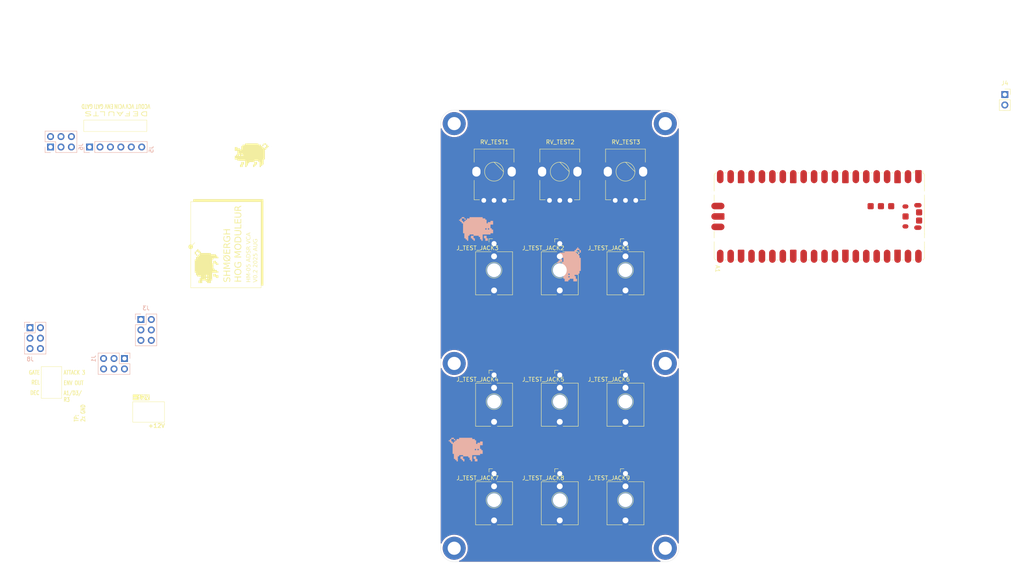
<source format=kicad_pcb>
(kicad_pcb (version 20241229) (generator "pcbnew") (generator_version "9.0")
  (layers (0 "F.Cu" signal) (2 "B.Cu" signal) (13 "F.Paste" user) (15 "B.Paste" user) (5 "F.SilkS" user "F.Silkscreen") (7 "B.SilkS" user "B.Silkscreen") (1 "F.Mask" user) (3 "B.Mask" user) (25 "Edge.Cuts" user))
  (net 0 "")
  (net 1 "LED_A")
  (net 2 "+12V")
  (net 3 "GND")
  (net 4 "-12V")
  (net 5 "LED_K")
  (net 6 "VCA_OUT")
  (net 9 "VCA_CV")
  (net 10 "VCA_IN")
  (net 12 "VCA_CV_DEFAULT")
  (net 13 "VCA_IN_DEFAULT")
  (net 14 "GATE_DEFAULT")
  (net 15 "ENV_OUT_DEFAULT")
  (net 16 "VCA_OUT_DEFAULT")
  (net 18 "SUSTAIN_3")
  (net 19 "SUSTAIN_1")
  (net 20 "SUSTAIN_2")
  (net 21 "GATE")
  (net 22 "ATTACK_3")
  (net 23 "ENV_OUT")
  (net 24 "A1_D3_R3")
  (net 25 "DECAY_1")
  (net 26 "RELEASE_1")
  (net 33 "Net-(A1-GND-Pad13)")
  (footprint "MountingHole:MountingHole_3.2mm_M3_DIN965_Pad" (layer "F.Cu") (at 178.7 105.7)
    (property "Reference" "H6")
    (property "Value" "MountingHole")
    (pad "1" thru_hole circle (at 0 0) (size 5.6 5.6) (drill 3.2) (layers "*.Cu" "*.Mask"))
  )
  (footprint "Shmoergh_Logo:Gyeszno" (layer "F.Cu") (at 78 55)
    (property "Reference" "G***" (hide yes))
    (property "Value" "LOGO" (hide yes))
  )
  (footprint "Shmoergh_Custom_Footprints:Jack_3.5mm_QingPu_WQP-PJ398SM_Vertical_CircularHoles" (layer "F.Cu") (at 137 83)
    (property "Reference" "J_TEST_JACK3" (at -4.03 -5.4 180) (layer "F.SilkS"))
    (property "Value" "PJ398SM")
    (pad "" np_thru_hole circle (at 0 0) (size 3.4 3.4) (drill 3.4) (layers "*.Cu" "*.Mask"))
    (pad "S" thru_hole rect (at 0 -6.48 180) (size 1.93 1.83) (drill 1.22) (layers "*.Cu" "*.Mask") (net 3 "GND"))
    (pad "T" thru_hole circle (at 0 4.92 180) (size 2.13 2.13) (drill 1.43) (layers "*.Cu" "*.Mask"))
    (pad "TN" thru_hole circle (at 0 -3.38 180) (size 2.13 2.13) (drill 1.42) (layers "*.Cu" "*.Mask"))
    (zone (net 0) (net_name "") (layer "F.Cu") (connect_pads (clearance 0)) (min_thickness 0.254)
      (keepout (tracks not_allowed) (vias not_allowed) (pads allowed) (copperpour not_allowed) (footprints not_allowed))
      (fill (thermal_gap 0.508) (thermal_bridge_width 0.508))
      (polygon (pts (xy 138.505141 83) (xy 138.48493 82.754171) (xy 138.424841 82.514945) (xy 138.326486 82.288744) (xy 138.192508 82.081645) (xy 138.026504 81.89921) (xy 137.832932 81.746336) (xy 137.616992 81.627131) (xy 137.384482 81.544794) (xy 137.141646 81.501539) (xy 136.895007 81.498525) (xy 136.651187 81.535835) (xy 136.416734 81.612466) (xy 136.197946 81.72636) (xy 136.000697 81.874458) (xy 135.830286 82.052784) (xy 135.691288 82.256548) (xy 135.587436 82.480278) (xy 135.521519 82.717965) (xy 135.495308 82.963226) (xy 135.509507 83.209475) (xy 135.563734 83.450099) (xy 135.656532 83.678634) (xy 135.785411 83.888945) (xy 135.946908 84.075382) (xy 136.136687 84.232939) (xy 136.34965 84.357385) (xy 136.580079 84.445377) (xy 136.821785 84.494553) (xy 137.068278 84.503592) (xy 137.312936 84.47225) (xy 137.549191 84.40137) (xy 137.770697 84.292856) (xy 137.971505 84.149621) (xy 138.146223 83.975512) (xy 138.290158 83.775205) (xy 138.399445 83.554079) (xy 138.471149 83.318074) (xy 138.503344 83.073526)))
    )
  )
  (footprint "Shmoergh_Custom_Footprints:Potentiometer_Bourns_Single-PTV09A" (layer "F.Cu") (at 153 59)
    (property "Reference" "RV_TEST2" (at 0.1 -7.2 180) (layer "F.SilkS"))
    (property "Value" "100k")
    (pad "" thru_hole oval (at -4.3 0 180) (size 3 4) (drill oval 2 2.4) (layers "*.Cu" "*.Mask"))
    (pad "" thru_hole oval (at 4.3 0 180) (size 3 4) (drill oval 2 2.4) (layers "*.Cu" "*.Mask"))
    (pad "1" thru_hole oval (at -2.5 7 180) (size 1.7 2.4) (drill 1.15) (layers "*.Cu" "*.Mask"))
    (pad "2" thru_hole oval (at 0 7 180) (size 1.7 2.4) (drill 1.15) (layers "*.Cu" "*.Mask"))
    (pad "3" thru_hole oval (at 2.5 7 180) (size 1.7 2.4) (drill 1.15) (layers "*.Cu" "*.Mask"))
  )
  (footprint "Shmoergh_Logo:Gyeszno" (layer "F.Cu") (at 67 82 90)
    (property "Reference" "G***" (hide yes))
    (property "Value" "LOGO" (hide yes))
  )
  (footprint "MountingHole:MountingHole_3.2mm_M3_DIN965_Pad" (layer "F.Cu") (at 178.7 47.3)
    (property "Reference" "H2")
    (property "Value" "MountingHole")
    (pad "1" thru_hole circle (at 0 0) (size 5.6 5.6) (drill 3.2) (layers "*.Cu" "*.Mask"))
  )
  (footprint "MountingHole:MountingHole_3.2mm_M3_DIN965_Pad" (layer "F.Cu") (at 178.7 150.7)
    (property "Reference" "H3")
    (property "Value" "MountingHole")
    (pad "1" thru_hole circle (at 0 0) (size 5.6 5.6) (drill 3.2) (layers "*.Cu" "*.Mask"))
  )
  (footprint "Shmoergh_Custom_Footprints:Jack_3.5mm_QingPu_WQP-PJ398SM_Vertical_CircularHoles" (layer "F.Cu") (at 169 139)
    (property "Reference" "J_TEST_JACK9" (at -4.03 -5.4 180) (layer "F.SilkS"))
    (property "Value" "PJ398SM")
    (pad "" np_thru_hole circle (at 0 0) (size 3.4 3.4) (drill 3.4) (layers "*.Cu" "*.Mask"))
    (pad "S" thru_hole rect (at 0 -6.48 180) (size 1.93 1.83) (drill 1.22) (layers "*.Cu" "*.Mask") (net 3 "GND"))
    (pad "T" thru_hole circle (at 0 4.92 180) (size 2.13 2.13) (drill 1.43) (layers "*.Cu" "*.Mask"))
    (pad "TN" thru_hole circle (at 0 -3.38 180) (size 2.13 2.13) (drill 1.42) (layers "*.Cu" "*.Mask"))
    (zone (net 0) (net_name "") (layer "F.Cu") (connect_pads (clearance 0)) (min_thickness 0.254)
      (keepout (tracks not_allowed) (vias not_allowed) (pads allowed) (copperpour not_allowed) (footprints not_allowed))
      (fill (thermal_gap 0.508) (thermal_bridge_width 0.508))
      (polygon (pts (xy 170.505141 139) (xy 170.48493 138.754171) (xy 170.424841 138.514945) (xy 170.326486 138.288744) (xy 170.192508 138.081645) (xy 170.026504 137.89921) (xy 169.832932 137.746336) (xy 169.616992 137.627131) (xy 169.384482 137.544794) (xy 169.141646 137.501539) (xy 168.895007 137.498525) (xy 168.651187 137.535835) (xy 168.416734 137.612466) (xy 168.197946 137.72636) (xy 168.000697 137.874458) (xy 167.830286 138.052784) (xy 167.691288 138.256548) (xy 167.587436 138.480278) (xy 167.521519 138.717965) (xy 167.495308 138.963226) (xy 167.509507 139.209475) (xy 167.563734 139.450099) (xy 167.656532 139.678634) (xy 167.785411 139.888945) (xy 167.946908 140.075382) (xy 168.136687 140.232939) (xy 168.34965 140.357385) (xy 168.580079 140.445377) (xy 168.821785 140.494553) (xy 169.068278 140.503592) (xy 169.312936 140.47225) (xy 169.549191 140.40137) (xy 169.770697 140.292856) (xy 169.971505 140.149621) (xy 170.146223 139.975512) (xy 170.290158 139.775205) (xy 170.399445 139.554079) (xy 170.471149 139.318074) (xy 170.503344 139.073526)))
    )
  )
  (footprint "Connector_PinSocket_2.54mm:PinSocket_1x02_P2.54mm_Vertical" (layer "F.Cu") (at 261.375 40.225)
    (property "Reference" "J4" (at 0 -2.77 0) (layer "F.SilkS"))
    (property "Value" "Conn_01x02")
    (pad "1" thru_hole rect (at 0 0) (size 1.7 1.7) (drill 1) (layers "*.Cu" "*.Mask") (net 3 "GND"))
    (pad "2" thru_hole circle (at 0 2.54) (size 1.7 1.7) (drill 1) (layers "*.Cu" "*.Mask") (net 3 "GND"))
  )
  (footprint "Shmoergh_Custom_Footprints:Jack_3.5mm_QingPu_WQP-PJ398SM_Vertical_CircularHoles" (layer "F.Cu") (at 169 83)
    (property "Reference" "J_TEST_JACK1" (at -4.03 -5.4 180) (layer "F.SilkS"))
    (property "Value" "PJ398SM")
    (pad "" np_thru_hole circle (at 0 0) (size 3.4 3.4) (drill 3.4) (layers "*.Cu" "*.Mask"))
    (pad "S" thru_hole rect (at 0 -6.48 180) (size 1.93 1.83) (drill 1.22) (layers "*.Cu" "*.Mask") (net 3 "GND"))
    (pad "T" thru_hole circle (at 0 4.92 180) (size 2.13 2.13) (drill 1.43) (layers "*.Cu" "*.Mask"))
    (pad "TN" thru_hole circle (at 0 -3.38 180) (size 2.13 2.13) (drill 1.42) (layers "*.Cu" "*.Mask"))
    (zone (net 0) (net_name "") (layer "F.Cu") (connect_pads (clearance 0)) (min_thickness 0.254)
      (keepout (tracks not_allowed) (vias not_allowed) (pads allowed) (copperpour not_allowed) (footprints not_allowed))
      (fill (thermal_gap 0.508) (thermal_bridge_width 0.508))
      (polygon (pts (xy 170.505141 83) (xy 170.48493 82.754171) (xy 170.424841 82.514945) (xy 170.326486 82.288744) (xy 170.192508 82.081645) (xy 170.026504 81.89921) (xy 169.832932 81.746336) (xy 169.616992 81.627131) (xy 169.384482 81.544794) (xy 169.141646 81.501539) (xy 168.895007 81.498525) (xy 168.651187 81.535835) (xy 168.416734 81.612466) (xy 168.197946 81.72636) (xy 168.000697 81.874458) (xy 167.830286 82.052784) (xy 167.691288 82.256548) (xy 167.587436 82.480278) (xy 167.521519 82.717965) (xy 167.495308 82.963226) (xy 167.509507 83.209475) (xy 167.563734 83.450099) (xy 167.656532 83.678634) (xy 167.785411 83.888945) (xy 167.946908 84.075382) (xy 168.136687 84.232939) (xy 168.34965 84.357385) (xy 168.580079 84.445377) (xy 168.821785 84.494553) (xy 169.068278 84.503592) (xy 169.312936 84.47225) (xy 169.549191 84.40137) (xy 169.770697 84.292856) (xy 169.971505 84.149621) (xy 170.146223 83.975512) (xy 170.290158 83.775205) (xy 170.399445 83.554079) (xy 170.471149 83.318074) (xy 170.503344 83.073526)))
    )
  )
  (footprint "MountingHole:MountingHole_3.2mm_M3_DIN965_Pad" (layer "F.Cu") (at 127.3 47.3)
    (property "Reference" "H1")
    (property "Value" "MountingHole")
    (pad "1" thru_hole circle (at 0 0) (size 5.6 5.6) (drill 3.2) (layers "*.Cu" "*.Mask"))
  )
  (footprint "MountingHole:MountingHole_3.2mm_M3_DIN965_Pad" (layer "F.Cu") (at 127.3 150.7)
    (property "Reference" "H4")
    (property "Value" "MountingHole")
    (pad "1" thru_hole circle (at 0 0) (size 5.6 5.6) (drill 3.2) (layers "*.Cu" "*.Mask"))
  )
  (footprint "Shmoergh_Custom_Footprints:Jack_3.5mm_QingPu_WQP-PJ398SM_Vertical_CircularHoles" (layer "F.Cu") (at 153 83)
    (property "Reference" "J_TEST_JACK2" (at -4.03 -5.4 180) (layer "F.SilkS"))
    (property "Value" "PJ398SM")
    (pad "" np_thru_hole circle (at 0 0) (size 3.4 3.4) (drill 3.4) (layers "*.Cu" "*.Mask"))
    (pad "S" thru_hole rect (at 0 -6.48 180) (size 1.93 1.83) (drill 1.22) (layers "*.Cu" "*.Mask") (net 3 "GND"))
    (pad "T" thru_hole circle (at 0 4.92 180) (size 2.13 2.13) (drill 1.43) (layers "*.Cu" "*.Mask"))
    (pad "TN" thru_hole circle (at 0 -3.38 180) (size 2.13 2.13) (drill 1.42) (layers "*.Cu" "*.Mask"))
    (zone (net 0) (net_name "") (layer "F.Cu") (connect_pads (clearance 0)) (min_thickness 0.254)
      (keepout (tracks not_allowed) (vias not_allowed) (pads allowed) (copperpour not_allowed) (footprints not_allowed))
      (fill (thermal_gap 0.508) (thermal_bridge_width 0.508))
      (polygon (pts (xy 154.505141 83) (xy 154.48493 82.754171) (xy 154.424841 82.514945) (xy 154.326486 82.288744) (xy 154.192508 82.081645) (xy 154.026504 81.89921) (xy 153.832932 81.746336) (xy 153.616992 81.627131) (xy 153.384482 81.544794) (xy 153.141646 81.501539) (xy 152.895007 81.498525) (xy 152.651187 81.535835) (xy 152.416734 81.612466) (xy 152.197946 81.72636) (xy 152.000697 81.874458) (xy 151.830286 82.052784) (xy 151.691288 82.256548) (xy 151.587436 82.480278) (xy 151.521519 82.717965) (xy 151.495308 82.963226) (xy 151.509507 83.209475) (xy 151.563734 83.450099) (xy 151.656532 83.678634) (xy 151.785411 83.888945) (xy 151.946908 84.075382) (xy 152.136687 84.232939) (xy 152.34965 84.357385) (xy 152.580079 84.445377) (xy 152.821785 84.494553) (xy 153.068278 84.503592) (xy 153.312936 84.47225) (xy 153.549191 84.40137) (xy 153.770697 84.292856) (xy 153.971505 84.149621) (xy 154.146223 83.975512) (xy 154.290158 83.775205) (xy 154.399445 83.554079) (xy 154.471149 83.318074) (xy 154.503344 83.073526)))
    )
  )
  (footprint "Shmoergh_Custom_Footprints:Jack_3.5mm_QingPu_WQP-PJ398SM_Vertical_CircularHoles" (layer "F.Cu") (at 153 139)
    (property "Reference" "J_TEST_JACK8" (at -4.03 -5.4 180) (layer "F.SilkS"))
    (property "Value" "PJ398SM")
    (pad "" np_thru_hole circle (at 0 0) (size 3.4 3.4) (drill 3.4) (layers "*.Cu" "*.Mask"))
    (pad "S" thru_hole rect (at 0 -6.48 180) (size 1.93 1.83) (drill 1.22) (layers "*.Cu" "*.Mask") (net 3 "GND"))
    (pad "T" thru_hole circle (at 0 4.92 180) (size 2.13 2.13) (drill 1.43) (layers "*.Cu" "*.Mask"))
    (pad "TN" thru_hole circle (at 0 -3.38 180) (size 2.13 2.13) (drill 1.42) (layers "*.Cu" "*.Mask"))
    (zone (net 0) (net_name "") (layer "F.Cu") (connect_pads (clearance 0)) (min_thickness 0.254)
      (keepout (tracks not_allowed) (vias not_allowed) (pads allowed) (copperpour not_allowed) (footprints not_allowed))
      (fill (thermal_gap 0.508) (thermal_bridge_width 0.508))
      (polygon (pts (xy 154.505141 139) (xy 154.48493 138.754171) (xy 154.424841 138.514945) (xy 154.326486 138.288744) (xy 154.192508 138.081645) (xy 154.026504 137.89921) (xy 153.832932 137.746336) (xy 153.616992 137.627131) (xy 153.384482 137.544794) (xy 153.141646 137.501539) (xy 152.895007 137.498525) (xy 152.651187 137.535835) (xy 152.416734 137.612466) (xy 152.197946 137.72636) (xy 152.000697 137.874458) (xy 151.830286 138.052784) (xy 151.691288 138.256548) (xy 151.587436 138.480278) (xy 151.521519 138.717965) (xy 151.495308 138.963226) (xy 151.509507 139.209475) (xy 151.563734 139.450099) (xy 151.656532 139.678634) (xy 151.785411 139.888945) (xy 151.946908 140.075382) (xy 152.136687 140.232939) (xy 152.34965 140.357385) (xy 152.580079 140.445377) (xy 152.821785 140.494553) (xy 153.068278 140.503592) (xy 153.312936 140.47225) (xy 153.549191 140.40137) (xy 153.770697 140.292856) (xy 153.971505 140.149621) (xy 154.146223 139.975512) (xy 154.290158 139.775205) (xy 154.399445 139.554079) (xy 154.471149 139.318074) (xy 154.503344 139.073526)))
    )
  )
  (footprint "Shmoergh_Custom_Footprints:Jack_3.5mm_QingPu_WQP-PJ398SM_Vertical_CircularHoles" (layer "F.Cu") (at 137 139)
    (property "Reference" "J_TEST_JACK7" (at -4.03 -5.4 180) (layer "F.SilkS"))
    (property "Value" "PJ398SM")
    (pad "" np_thru_hole circle (at 0 0) (size 3.4 3.4) (drill 3.4) (layers "*.Cu" "*.Mask"))
    (pad "S" thru_hole rect (at 0 -6.48 180) (size 1.93 1.83) (drill 1.22) (layers "*.Cu" "*.Mask") (net 3 "GND"))
    (pad "T" thru_hole circle (at 0 4.92 180) (size 2.13 2.13) (drill 1.43) (layers "*.Cu" "*.Mask"))
    (pad "TN" thru_hole circle (at 0 -3.38 180) (size 2.13 2.13) (drill 1.42) (layers "*.Cu" "*.Mask"))
    (zone (net 0) (net_name "") (layer "F.Cu") (connect_pads (clearance 0)) (min_thickness 0.254)
      (keepout (tracks not_allowed) (vias not_allowed) (pads allowed) (copperpour not_allowed) (footprints not_allowed))
      (fill (thermal_gap 0.508) (thermal_bridge_width 0.508))
      (polygon (pts (xy 138.505141 139) (xy 138.48493 138.754171) (xy 138.424841 138.514945) (xy 138.326486 138.288744) (xy 138.192508 138.081645) (xy 138.026504 137.89921) (xy 137.832932 137.746336) (xy 137.616992 137.627131) (xy 137.384482 137.544794) (xy 137.141646 137.501539) (xy 136.895007 137.498525) (xy 136.651187 137.535835) (xy 136.416734 137.612466) (xy 136.197946 137.72636) (xy 136.000697 137.874458) (xy 135.830286 138.052784) (xy 135.691288 138.256548) (xy 135.587436 138.480278) (xy 135.521519 138.717965) (xy 135.495308 138.963226) (xy 135.509507 139.209475) (xy 135.563734 139.450099) (xy 135.656532 139.678634) (xy 135.785411 139.888945) (xy 135.946908 140.075382) (xy 136.136687 140.232939) (xy 136.34965 140.357385) (xy 136.580079 140.445377) (xy 136.821785 140.494553) (xy 137.068278 140.503592) (xy 137.312936 140.47225) (xy 137.549191 140.40137) (xy 137.770697 140.292856) (xy 137.971505 140.149621) (xy 138.146223 139.975512) (xy 138.290158 139.775205) (xy 138.399445 139.554079) (xy 138.471149 139.318074) (xy 138.503344 139.073526)))
    )
  )
  (footprint "Shmoergh_Custom_Footprints:Potentiometer_Bourns_Single-PTV09A" (layer "F.Cu") (at 169 59)
    (property "Reference" "RV_TEST3" (at 0.1 -7.2 180) (layer "F.SilkS"))
    (property "Value" "100k")
    (pad "" thru_hole oval (at -4.3 0 180) (size 3 4) (drill oval 2 2.4) (layers "*.Cu" "*.Mask"))
    (pad "" thru_hole oval (at 4.3 0 180) (size 3 4) (drill oval 2 2.4) (layers "*.Cu" "*.Mask"))
    (pad "1" thru_hole oval (at -2.5 7 180) (size 1.7 2.4) (drill 1.15) (layers "*.Cu" "*.Mask"))
    (pad "2" thru_hole oval (at 0 7 180) (size 1.7 2.4) (drill 1.15) (layers "*.Cu" "*.Mask"))
    (pad "3" thru_hole oval (at 2.5 7 180) (size 1.7 2.4) (drill 1.15) (layers "*.Cu" "*.Mask"))
  )
  (footprint "MountingHole:MountingHole_3.2mm_M3_DIN965_Pad" (layer "F.Cu") (at 127.3 105.7)
    (property "Reference" "H5")
    (property "Value" "MountingHole")
    (pad "1" thru_hole circle (at 0 0) (size 5.6 5.6) (drill 3.2) (layers "*.Cu" "*.Mask"))
  )
  (footprint "Shmoergh_Custom_Footprints:Jack_3.5mm_QingPu_WQP-PJ398SM_Vertical_CircularHoles" (layer "F.Cu") (at 169 115)
    (property "Reference" "J_TEST_JACK6" (at -4.03 -5.4 180) (layer "F.SilkS"))
    (property "Value" "PJ398SM")
    (pad "" np_thru_hole circle (at 0 0) (size 3.4 3.4) (drill 3.4) (layers "*.Cu" "*.Mask"))
    (pad "S" thru_hole rect (at 0 -6.48 180) (size 1.93 1.83) (drill 1.22) (layers "*.Cu" "*.Mask") (net 3 "GND"))
    (pad "T" thru_hole circle (at 0 4.92 180) (size 2.13 2.13) (drill 1.43) (layers "*.Cu" "*.Mask"))
    (pad "TN" thru_hole circle (at 0 -3.38 180) (size 2.13 2.13) (drill 1.42) (layers "*.Cu" "*.Mask"))
    (zone (net 0) (net_name "") (layer "F.Cu") (connect_pads (clearance 0)) (min_thickness 0.254)
      (keepout (tracks not_allowed) (vias not_allowed) (pads allowed) (copperpour not_allowed) (footprints not_allowed))
      (fill (thermal_gap 0.508) (thermal_bridge_width 0.508))
      (polygon (pts (xy 170.505141 115) (xy 170.48493 114.754171) (xy 170.424841 114.514945) (xy 170.326486 114.288744) (xy 170.192508 114.081645) (xy 170.026504 113.89921) (xy 169.832932 113.746336) (xy 169.616992 113.627131) (xy 169.384482 113.544794) (xy 169.141646 113.501539) (xy 168.895007 113.498525) (xy 168.651187 113.535835) (xy 168.416734 113.612466) (xy 168.197946 113.72636) (xy 168.000697 113.874458) (xy 167.830286 114.052784) (xy 167.691288 114.256548) (xy 167.587436 114.480278) (xy 167.521519 114.717965) (xy 167.495308 114.963226) (xy 167.509507 115.209475) (xy 167.563734 115.450099) (xy 167.656532 115.678634) (xy 167.785411 115.888945) (xy 167.946908 116.075382) (xy 168.136687 116.232939) (xy 168.34965 116.357385) (xy 168.580079 116.445377) (xy 168.821785 116.494553) (xy 169.068278 116.503592) (xy 169.312936 116.47225) (xy 169.549191 116.40137) (xy 169.770697 116.292856) (xy 169.971505 116.149621) (xy 170.146223 115.975512) (xy 170.290158 115.775205) (xy 170.399445 115.554079) (xy 170.471149 115.318074) (xy 170.503344 115.073526)))
    )
  )
  (footprint "Shmoergh_Custom_Footprints:Jack_3.5mm_QingPu_WQP-PJ398SM_Vertical_CircularHoles" (layer "F.Cu") (at 137 115)
    (property "Reference" "J_TEST_JACK4" (at -4.03 -5.4 180) (layer "F.SilkS"))
    (property "Value" "PJ398SM")
    (pad "" np_thru_hole circle (at 0 0) (size 3.4 3.4) (drill 3.4) (layers "*.Cu" "*.Mask"))
    (pad "S" thru_hole rect (at 0 -6.48 180) (size 1.93 1.83) (drill 1.22) (layers "*.Cu" "*.Mask") (net 3 "GND"))
    (pad "T" thru_hole circle (at 0 4.92 180) (size 2.13 2.13) (drill 1.43) (layers "*.Cu" "*.Mask"))
    (pad "TN" thru_hole circle (at 0 -3.38 180) (size 2.13 2.13) (drill 1.42) (layers "*.Cu" "*.Mask"))
    (zone (net 0) (net_name "") (layer "F.Cu") (connect_pads (clearance 0)) (min_thickness 0.254)
      (keepout (tracks not_allowed) (vias not_allowed) (pads allowed) (copperpour not_allowed) (footprints not_allowed))
      (fill (thermal_gap 0.508) (thermal_bridge_width 0.508))
      (polygon (pts (xy 138.505141 115) (xy 138.48493 114.754171) (xy 138.424841 114.514945) (xy 138.326486 114.288744) (xy 138.192508 114.081645) (xy 138.026504 113.89921) (xy 137.832932 113.746336) (xy 137.616992 113.627131) (xy 137.384482 113.544794) (xy 137.141646 113.501539) (xy 136.895007 113.498525) (xy 136.651187 113.535835) (xy 136.416734 113.612466) (xy 136.197946 113.72636) (xy 136.000697 113.874458) (xy 135.830286 114.052784) (xy 135.691288 114.256548) (xy 135.587436 114.480278) (xy 135.521519 114.717965) (xy 135.495308 114.963226) (xy 135.509507 115.209475) (xy 135.563734 115.450099) (xy 135.656532 115.678634) (xy 135.785411 115.888945) (xy 135.946908 116.075382) (xy 136.136687 116.232939) (xy 136.34965 116.357385) (xy 136.580079 116.445377) (xy 136.821785 116.494553) (xy 137.068278 116.503592) (xy 137.312936 116.47225) (xy 137.549191 116.40137) (xy 137.770697 116.292856) (xy 137.971505 116.149621) (xy 138.146223 115.975512) (xy 138.290158 115.775205) (xy 138.399445 115.554079) (xy 138.471149 115.318074) (xy 138.503344 115.073526)))
    )
  )
  (footprint "Shmoergh_Custom_Footprints:Jack_3.5mm_QingPu_WQP-PJ398SM_Vertical_CircularHoles" (layer "F.Cu") (at 153 115)
    (property "Reference" "J_TEST_JACK5" (at -4.03 -5.4 180) (layer "F.SilkS"))
    (property "Value" "PJ398SM")
    (pad "" np_thru_hole circle (at 0 0) (size 3.4 3.4) (drill 3.4) (layers "*.Cu" "*.Mask"))
    (pad "S" thru_hole rect (at 0 -6.48 180) (size 1.93 1.83) (drill 1.22) (layers "*.Cu" "*.Mask") (net 3 "GND"))
    (pad "T" thru_hole circle (at 0 4.92 180) (size 2.13 2.13) (drill 1.43) (layers "*.Cu" "*.Mask"))
    (pad "TN" thru_hole circle (at 0 -3.38 180) (size 2.13 2.13) (drill 1.42) (layers "*.Cu" "*.Mask"))
    (zone (net 0) (net_name "") (layer "F.Cu") (connect_pads (clearance 0)) (min_thickness 0.254)
      (keepout (tracks not_allowed) (vias not_allowed) (pads allowed) (copperpour not_allowed) (footprints not_allowed))
      (fill (thermal_gap 0.508) (thermal_bridge_width 0.508))
      (polygon (pts (xy 154.505141 115) (xy 154.48493 114.754171) (xy 154.424841 114.514945) (xy 154.326486 114.288744) (xy 154.192508 114.081645) (xy 154.026504 113.89921) (xy 153.832932 113.746336) (xy 153.616992 113.627131) (xy 153.384482 113.544794) (xy 153.141646 113.501539) (xy 152.895007 113.498525) (xy 152.651187 113.535835) (xy 152.416734 113.612466) (xy 152.197946 113.72636) (xy 152.000697 113.874458) (xy 151.830286 114.052784) (xy 151.691288 114.256548) (xy 151.587436 114.480278) (xy 151.521519 114.717965) (xy 151.495308 114.963226) (xy 151.509507 115.209475) (xy 151.563734 115.450099) (xy 151.656532 115.678634) (xy 151.785411 115.888945) (xy 151.946908 116.075382) (xy 152.136687 116.232939) (xy 152.34965 116.357385) (xy 152.580079 116.445377) (xy 152.821785 116.494553) (xy 153.068278 116.503592) (xy 153.312936 116.47225) (xy 153.549191 116.40137) (xy 153.770697 116.292856) (xy 153.971505 116.149621) (xy 154.146223 115.975512) (xy 154.290158 115.775205) (xy 154.399445 115.554079) (xy 154.471149 115.318074) (xy 154.503344 115.073526)))
    )
  )
  (footprint "Module:RaspberryPi_Pico_SMD" (layer "F.Cu") (at 216.202 69.908 -90)
    (property "Reference" "A1" (at 11.7475 24.765 270) (layer "F.SilkS") (effects (justify left)))
    (property "Value" "RaspberryPi_Pico")
    (pad "" smd rect (at -8.89 -24.13 270) (size 3.8 2.2) (drill (offset -0.8 0)) (layers "F.Paste"))
    (pad "" smd rect (at -8.89 -21.59 270) (size 3.8 2.2) (drill (offset -0.8 0)) (layers "F.Paste"))
    (pad "" smd rect (at -8.89 -19.05 270) (size 3.8 2.2) (drill (offset -0.8 0)) (layers "F.Paste"))
    (pad "" smd rect (at -8.89 -16.51 270) (size 3.8 2.2) (drill (offset -0.8 0)) (layers "F.Paste"))
    (pad "" smd rect (at -8.89 -13.97 270) (size 3.8 2.2) (drill (offset -0.8 0)) (layers "F.Paste"))
    (pad "" smd rect (at -8.89 -11.43 270) (size 3.8 2.2) (drill (offset -0.8 0)) (layers "F.Paste"))
    (pad "" smd rect (at -8.89 -8.89 270) (size 3.8 2.2) (drill (offset -0.8 0)) (layers "F.Paste"))
    (pad "" smd rect (at -8.89 -6.35 270) (size 3.8 2.2) (drill (offset -0.8 0)) (layers "F.Paste"))
    (pad "" smd rect (at -8.89 -3.81 270) (size 3.8 2.2) (drill (offset -0.8 0)) (layers "F.Paste"))
    (pad "" smd rect (at -8.89 -1.27 270) (size 3.8 2.2) (drill (offset -0.8 0)) (layers "F.Paste"))
    (pad "" smd rect (at -8.89 1.27 270) (size 3.8 2.2) (drill (offset -0.8 0)) (layers "F.Paste"))
    (pad "" smd rect (at -8.89 3.81 270) (size 3.8 2.2) (drill (offset -0.8 0)) (layers "F.Paste"))
    (pad "" smd rect (at -8.89 6.35 270) (size 3.8 2.2) (drill (offset -0.8 0)) (layers "F.Paste"))
    (pad "" smd rect (at -8.89 8.89 270) (size 3.8 2.2) (drill (offset -0.8 0)) (layers "F.Paste"))
    (pad "" smd rect (at -8.89 11.43 270) (size 3.8 2.2) (drill (offset -0.8 0)) (layers "F.Paste"))
    (pad "" smd rect (at -8.89 13.97 270) (size 3.8 2.2) (drill (offset -0.8 0)) (layers "F.Paste"))
    (pad "" smd rect (at -8.89 16.51 270) (size 3.8 2.2) (drill (offset -0.8 0)) (layers "F.Paste"))
    (pad "" smd rect (at -8.89 19.05 270) (size 3.8 2.2) (drill (offset -0.8 0)) (layers "F.Paste"))
    (pad "" smd rect (at -8.89 21.59 270) (size 3.8 2.2) (drill (offset -0.8 0)) (layers "F.Paste"))
    (pad "" smd rect (at -8.89 24.13 270) (size 3.8 2.2) (drill (offset -0.8 0)) (layers "F.Paste"))
    (pad "" smd oval (at -2.725 -24 270) (size 1.1 1.8) (layers "F.Cu" "F.Mask" "F.Paste"))
    (pad "" smd rect (at -2.54 23.9 270) (size 2.2 3.8) (drill (offset 0 0.8)) (layers "F.Paste"))
    (pad "" smd oval (at -2.425 -20.97 270) (size 1.05 1.45) (layers "F.Cu" "F.Mask" "F.Paste"))
    (pad "" smd rect (at 0 23.9 270) (size 2.2 3.8) (drill (offset 0 0.8)) (layers "F.Paste"))
    (pad "" smd oval (at 2.425 -20.97 270) (size 1.05 1.45) (layers "F.Cu" "F.Mask" "F.Paste"))
    (pad "" smd rect (at 2.54 23.9 270) (size 2.2 3.8) (drill (offset 0 0.8)) (layers "F.Paste"))
    (pad "" smd oval (at 2.725 -24 270) (size 1.1 1.8) (layers "F.Cu" "F.Mask" "F.Paste"))
    (pad "" smd rect (at 8.89 -24.13 270) (size 3.8 2.2) (drill (offset 0.8 0)) (layers "F.Paste"))
    (pad "" smd rect (at 8.89 -21.59 270) (size 3.8 2.2) (drill (offset 0.8 0)) (layers "F.Paste"))
    (pad "" smd rect (at 8.89 -19.05 270) (size 3.8 2.2) (drill (offset 0.8 0)) (layers "F.Paste"))
    (pad "" smd rect (at 8.89 -16.51 270) (size 3.8 2.2) (drill (offset 0.8 0)) (layers "F.Paste"))
    (pad "" smd rect (at 8.89 -13.97 270) (size 3.8 2.2) (drill (offset 0.8 0)) (layers "F.Paste"))
    (pad "" smd rect (at 8.89 -11.43 270) (size 3.8 2.2) (drill (offset 0.8 0)) (layers "F.Paste"))
    (pad "" smd rect (at 8.89 -8.89 270) (size 3.8 2.2) (drill (offset 0.8 0)) (layers "F.Paste"))
    (pad "" smd rect (at 8.89 -6.35 270) (size 3.8 2.2) (drill (offset 0.8 0)) (layers "F.Paste"))
    (pad "" smd rect (at 8.89 -3.81 270) (size 3.8 2.2) (drill (offset 0.8 0)) (layers "F.Paste"))
    (pad "" smd rect (at 8.89 -1.27 270) (size 3.8 2.2) (drill (offset 0.8 0)) (layers "F.Paste"))
    (pad "" smd rect (at 8.89 1.27 270) (size 3.8 2.2) (drill (offset 0.8 0)) (layers "F.Paste"))
    (pad "" smd rect (at 8.89 3.81 270) (size 3.8 2.2) (drill (offset 0.8 0)) (layers "F.Paste"))
    (pad "" smd rect (at 8.89 6.35 270) (size 3.8 2.2) (drill (offset 0.8 0)) (layers "F.Paste"))
    (pad "" smd rect (at 8.89 8.89 270) (size 3.8 2.2) (drill (offset 0.8 0)) (layers "F.Paste"))
    (pad "" smd rect (at 8.89 11.43 270) (size 3.8 2.2) (drill (offset 0.8 0)) (layers "F.Paste"))
    (pad "" smd rect (at 8.89 13.97 270) (size 3.8 2.2) (drill (offset 0.8 0)) (layers "F.Paste"))
    (pad "" smd rect (at 8.89 16.51 270) (size 3.8 2.2) (drill (offset 0.8 0)) (layers "F.Paste"))
    (pad "" smd rect (at 8.89 19.05 270) (size 3.8 2.2) (drill (offset 0.8 0)) (layers "F.Paste"))
    (pad "" smd rect (at 8.89 21.59 270) (size 3.8 2.2) (drill (offset 0.8 0)) (layers "F.Paste"))
    (pad "" smd rect (at 8.89 24.13 270) (size 3.8 2.2) (drill (offset 0.8 0)) (layers "F.Paste"))
    (pad "1" smd custom (at -9.69 -24.13 270) (size 1.6 0.8) (layers "F.Cu" "F.Mask") (options (clearance outline) (anchor rect)) (primitives (gr_circle (center 0.8 0) (end 1.6 0) (width 0) (fill yes)) (gr_poly (pts (xy -1.6 -0.6) (xy -1.6 0.6) (xy -1.4 0.8) (xy 0.8 0.8) (xy 0.8 -0.8) (xy -1.4 -0.8)) (width 0) (fill yes)) (gr_circle (center -1.4 -0.6) (end -1.2 -0.6) (width 0) (fill yes)) (gr_circle (center -1.4 0.6) (end -1.2 0.6) (width 0) (fill yes))))
    (pad "2" smd roundrect (at -9.69 -21.59 270) (size 3.2 1.6) (layers "F.Cu" "F.Mask") (roundrect_rratio 0.5))
    (pad "3" smd custom (at -9.69 -19.05 270) (size 1.6 0.8) (layers "F.Cu" "F.Mask") (net 33 "Net-(A1-GND-Pad13)") (options (clearance outline) (anchor rect)) (primitives (gr_circle (center -0.8 0) (end 0 0) (width 0) (fill yes)) (gr_poly (pts (xy 1.6 -0.6) (xy 1.6 0.6) (xy 1.4 0.8) (xy -0.8 0.8) (xy -0.8 -0.8) (xy 1.4 -0.8)) (width 0) (fill yes)) (gr_circle (center 1.4 -0.6) (end 1.6 -0.6) (width 0) (fill yes)) (gr_circle (center 1.4 0.6) (end 1.6 0.6) (width 0) (fill yes))))
    (pad "4" smd roundrect (at -9.69 -16.51 270) (size 3.2 1.6) (layers "F.Cu" "F.Mask") (roundrect_rratio 0.5))
    (pad "5" smd roundrect (at -9.69 -13.97 270) (size 3.2 1.6) (layers "F.Cu" "F.Mask") (roundrect_rratio 0.5))
    (pad "6" smd roundrect (at -9.69 -11.43 270) (size 3.2 1.6) (layers "F.Cu" "F.Mask") (roundrect_rratio 0.5))
    (pad "7" smd roundrect (at -9.69 -8.89 270) (size 3.2 1.6) (layers "F.Cu" "F.Mask") (roundrect_rratio 0.5))
    (pad "8" smd custom (at -9.69 -6.35 270) (size 1.6 0.8) (layers "F.Cu" "F.Mask") (net 33 "Net-(A1-GND-Pad13)") (options (clearance outline) (anchor rect)) (primitives (gr_circle (center -0.8 0) (end 0 0) (width 0) (fill yes)) (gr_poly (pts (xy 1.6 -0.6) (xy 1.6 0.6) (xy 1.4 0.8) (xy -0.8 0.8) (xy -0.8 -0.8) (xy 1.4 -0.8)) (width 0) (fill yes)) (gr_circle (center 1.4 -0.6) (end 1.6 -0.6) (width 0) (fill yes)) (gr_circle (center 1.4 0.6) (end 1.6 0.6) (width 0) (fill yes))))
    (pad "9" smd roundrect (at -9.69 -3.81 270) (size 3.2 1.6) (layers "F.Cu" "F.Mask") (roundrect_rratio 0.5))
    (pad "10" smd roundrect (at -9.69 -1.27 270) (size 3.2 1.6) (layers "F.Cu" "F.Mask") (roundrect_rratio 0.5))
    (pad "11" smd roundrect (at -9.69 1.27 270) (size 3.2 1.6) (layers "F.Cu" "F.Mask") (roundrect_rratio 0.5))
    (pad "12" smd roundrect (at -9.69 3.81 270) (size 3.2 1.6) (layers "F.Cu" "F.Mask") (roundrect_rratio 0.5))
    (pad "13" smd custom (at -9.69 6.35 270) (size 1.6 0.8) (layers "F.Cu" "F.Mask") (net 33 "Net-(A1-GND-Pad13)") (options (clearance outline) (anchor rect)) (primitives (gr_circle (center -0.8 0) (end 0 0) (width 0) (fill yes)) (gr_poly (pts (xy 1.6 -0.6) (xy 1.6 0.6) (xy 1.4 0.8) (xy -0.8 0.8) (xy -0.8 -0.8) (xy 1.4 -0.8)) (width 0) (fill yes)) (gr_circle (center 1.4 -0.6) (end 1.6 -0.6) (width 0) (fill yes)) (gr_circle (center 1.4 0.6) (end 1.6 0.6) (width 0) (fill yes))))
    (pad "14" smd roundrect (at -9.69 8.89 270) (size 3.2 1.6) (layers "F.Cu" "F.Mask") (roundrect_rratio 0.5))
    (pad "15" smd roundrect (at -9.69 11.43 270) (size 3.2 1.6) (layers "F.Cu" "F.Mask") (roundrect_rratio 0.5))
    (pad "16" smd roundrect (at -9.69 13.97 270) (size 3.2 1.6) (layers "F.Cu" "F.Mask") (roundrect_rratio 0.5))
    (pad "17" smd roundrect (at -9.69 16.51 270) (size 3.2 1.6) (layers "F.Cu" "F.Mask") (roundrect_rratio 0.5))
    (pad "18" smd custom (at -9.69 19.05 270) (size 1.6 0.8) (layers "F.Cu" "F.Mask") (net 33 "Net-(A1-GND-Pad13)") (options (clearance outline) (anchor rect)) (primitives (gr_circle (center -0.8 0) (end 0 0) (width 0) (fill yes)) (gr_poly (pts (xy 1.6 -0.6) (xy 1.6 0.6) (xy 1.4 0.8) (xy -0.8 0.8) (xy -0.8 -0.8) (xy 1.4 -0.8)) (width 0) (fill yes)) (gr_circle (center 1.4 -0.6) (end 1.6 -0.6) (width 0) (fill yes)) (gr_circle (center 1.4 0.6) (end 1.6 0.6) (width 0) (fill yes))))
    (pad "19" smd roundrect (at -9.69 21.59 270) (size 3.2 1.6) (layers "F.Cu" "F.Mask") (roundrect_rratio 0.5))
    (pad "20" smd roundrect (at -9.69 24.13 270) (size 3.2 1.6) (layers "F.Cu" "F.Mask") (roundrect_rratio 0.5))
    (pad "21" smd roundrect (at 9.69 24.13 270) (size 3.2 1.6) (layers "F.Cu" "F.Mask") (roundrect_rratio 0.5))
    (pad "22" smd roundrect (at 9.69 21.59 270) (size 3.2 1.6) (layers "F.Cu" "F.Mask") (roundrect_rratio 0.5))
    (pad "23" smd custom (at 9.69 19.05 270) (size 1.6 0.8) (layers "F.Cu" "F.Mask") (net 33 "Net-(A1-GND-Pad13)") (options (clearance outline) (anchor rect)) (primitives (gr_circle (center 0.8 0) (end 1.6 0) (width 0) (fill yes)) (gr_poly (pts (xy -1.6 -0.6) (xy -1.6 0.6) (xy -1.4 0.8) (xy 0.8 0.8) (xy 0.8 -0.8) (xy -1.4 -0.8)) (width 0) (fill yes)) (gr_circle (center -1.4 -0.6) (end -1.2 -0.6) (width 0) (fill yes)) (gr_circle (center -1.4 0.6) (end -1.2 0.6) (width 0) (fill yes))))
    (pad "24" smd roundrect (at 9.69 16.51 270) (size 3.2 1.6) (layers "F.Cu" "F.Mask") (roundrect_rratio 0.5))
    (pad "25" smd roundrect (at 9.69 13.97 270) (size 3.2 1.6) (layers "F.Cu" "F.Mask") (roundrect_rratio 0.5))
    (pad "26" smd roundrect (at 9.69 11.43 270) (size 3.2 1.6) (layers "F.Cu" "F.Mask") (roundrect_rratio 0.5))
    (pad "27" smd roundrect (at 9.69 8.89 270) (size 3.2 1.6) (layers "F.Cu" "F.Mask") (roundrect_rratio 0.5))
    (pad "28" smd custom (at 9.69 6.35 270) (size 1.6 0.8) (layers "F.Cu" "F.Mask") (net 33 "Net-(A1-GND-Pad13)") (options (clearance outline) (anchor rect)) (primitives (gr_circle (center 0.8 0) (end 1.6 0) (width 0) (fill yes)) (gr_poly (pts (xy -1.6 -0.6) (xy -1.6 0.6) (xy -1.4 0.8) (xy 0.8 0.8) (xy 0.8 -0.8) (xy -1.4 -0.8)) (width 0) (fill yes)) (gr_circle (center -1.4 -0.6) (end -1.2 -0.6) (width 0) (fill yes)) (gr_circle (center -1.4 0.6) (end -1.2 0.6) (width 0) (fill yes))))
    (pad "29" smd roundrect (at 9.69 3.81 270) (size 3.2 1.6) (layers "F.Cu" "F.Mask") (roundrect_rratio 0.5))
    (pad "30" smd roundrect (at 9.69 1.27 270) (size 3.2 1.6) (layers "F.Cu" "F.Mask") (roundrect_rratio 0.5))
    (pad "31" smd roundrect (at 9.69 -1.27 270) (size 3.2 1.6) (layers "F.Cu" "F.Mask") (roundrect_rratio 0.5))
    (pad "32" smd roundrect (at 9.69 -3.81 270) (size 3.2 1.6) (layers "F.Cu" "F.Mask") (roundrect_rratio 0.5))
    (pad "33" smd custom (at 9.69 -6.35 270) (size 1.6 0.8) (layers "F.Cu" "F.Mask") (options (clearance outline) (anchor rect)) (primitives (gr_circle (center 0.8 0) (end 1.6 0) (width 0) (fill yes)) (gr_poly (pts (xy -1.6 -0.6) (xy -1.6 0.6) (xy -1.4 0.8) (xy 0.8 0.8) (xy 0.8 -0.8) (xy -1.4 -0.8)) (width 0) (fill yes)) (gr_circle (center -1.4 -0.6) (end -1.2 -0.6) (width 0) (fill yes)) (gr_circle (center -1.4 0.6) (end -1.2 0.6) (width 0) (fill yes))))
    (pad "34" smd roundrect (at 9.69 -8.89 270) (size 3.2 1.6) (layers "F.Cu" "F.Mask") (roundrect_rratio 0.5))
    (pad "35" smd roundrect (at 9.69 -11.43 270) (size 3.2 1.6) (layers "F.Cu" "F.Mask") (roundrect_rratio 0.5))
    (pad "36" smd roundrect (at 9.69 -13.97 270) (size 3.2 1.6) (layers "F.Cu" "F.Mask") (roundrect_rratio 0.5))
    (pad "37" smd roundrect (at 9.69 -16.51 270) (size 3.2 1.6) (layers "F.Cu" "F.Mask") (roundrect_rratio 0.5))
    (pad "38" smd custom (at 9.69 -19.05 270) (size 1.6 0.8) (layers "F.Cu" "F.Mask") (net 33 "Net-(A1-GND-Pad13)") (options (clearance outline) (anchor rect)) (primitives (gr_circle (center 0.8 0) (end 1.6 0) (width 0) (fill yes)) (gr_poly (pts (xy -1.6 -0.6) (xy -1.6 0.6) (xy -1.4 0.8) (xy 0.8 0.8) (xy 0.8 -0.8) (xy -1.4 -0.8)) (width 0) (fill yes)) (gr_circle (center -1.4 -0.6) (end -1.2 -0.6) (width 0) (fill yes)) (gr_circle (center -1.4 0.6) (end -1.2 0.6) (width 0) (fill yes))))
    (pad "39" smd roundrect (at 9.69 -21.59 270) (size 3.2 1.6) (layers "F.Cu" "F.Mask") (roundrect_rratio 0.5))
    (pad "40" smd roundrect (at 9.69 -24.13 270) (size 3.2 1.6) (layers "F.Cu" "F.Mask") (roundrect_rratio 0.5))
    (pad "D1" smd roundrect (at -2.54 23.9) (size 3.2 1.6) (drill (offset -0.8 0)) (layers "F.Cu" "F.Mask") (roundrect_rratio 0.5))
    (pad "D2" smd custom (at 0 23.9 180) (size 1.6 1.6) (layers "F.Cu" "F.Mask") (net 33 "Net-(A1-GND-Pad13)") (options (clearance outline) (anchor circle)) (primitives (gr_poly (pts (xy -0.8 -0.6) (xy -0.8 0.6) (xy -0.6 0.8) (xy 1.6 0.8) (xy 1.6 -0.8) (xy -0.6 -0.8)) (width 0) (fill yes)) (gr_circle (center -0.6 0.6) (end -0.4 0.6) (width 0) (fill yes)) (gr_circle (center -0.6 -0.6) (end -0.4 -0.6) (width 0) (fill yes)) (gr_circle (center 1.6 0) (end 2.4 0) (width 0) (fill yes))))
    (pad "D3" smd roundrect (at 2.54 23.9) (size 3.2 1.6) (drill (offset -0.8 0)) (layers "F.Cu" "F.Mask") (roundrect_rratio 0.5))
    (pad "TP1" smd roundrect (at 0 -21 270) (size 1.5 1.5) (layers "F.Cu" "F.Mask" "F.Paste") (roundrect_rratio 0.2))
    (pad "TP2" smd roundrect (at 1 -24.3 270) (size 1.5 1.5) (layers "F.Cu" "F.Mask" "F.Paste") (roundrect_rratio 0.2))
    (pad "TP3" smd roundrect (at -1 -24.3 270) (size 1.5 1.5) (layers "F.Cu" "F.Mask" "F.Paste") (roundrect_rratio 0.2))
    (pad "TP4" smd roundrect (at -2.5 -17.5 270) (size 1.5 1.5) (layers "F.Cu" "F.Mask" "F.Paste") (roundrect_rratio 0.2))
    (pad "TP5" smd roundrect (at -2.5 -15 270) (size 1.5 1.5) (layers "F.Cu" "F.Mask" "F.Paste") (roundrect_rratio 0.2))
    (pad "TP6" smd roundrect (at -2.5 -12.5 270) (size 1.5 1.5) (layers "F.Cu" "F.Mask" "F.Paste") (roundrect_rratio 0.2))
    (zone (net 0) (net_name "") (layers "F.Cu" "F.Paste") (name "Pad Keep Out TP7") (connect_pads (clearance 0)) (min_thickness 0.25)
      (keepout (tracks not_allowed) (vias not_allowed) (pads not_allowed) (copperpour not_allowed) (footprints allowed))
      (fill (thermal_gap 0.5) (thermal_bridge_width 0.5))
      (polygon (pts (xy 220.252 70.908) (xy 220.252 71.358) (xy 220.254139 71.423545) (xy 220.288067 71.550167) (xy 220.353612 71.663694) (xy 220.446306 71.756388) (xy 220.559833 71.821933) (xy 220.686455 71.855861) (xy 220.752 71.858) (xy 221.652 71.858) (xy 221.717545 71.855861) (xy 221.844167 71.821933) (xy 221.957694 71.756388) (xy 222.050388 71.663694) (xy 222.115933 71.550167) (xy 222.149861 71.423545) (xy 222.152 71.358) (xy 222.152 70.908)))
    )
    (zone (net 0) (net_name "") (layers "F.Cu" "F.Paste") (name "Pad Keep Out TP7") (connect_pads (clearance 0)) (min_thickness 0.25)
      (keepout (tracks not_allowed) (vias not_allowed) (pads not_allowed) (copperpour not_allowed) (footprints allowed))
      (fill (thermal_gap 0.5) (thermal_bridge_width 0.5))
      (polygon (pts (xy 221.717545 69.960139) (xy 221.844167 69.994068) (xy 221.957694 70.059612) (xy 222.050388 70.152306) (xy 222.115932 70.265833) (xy 222.149861 70.392455) (xy 222.152 70.458) (xy 222.152 70.908) (xy 220.252 70.908) (xy 220.252 70.458) (xy 220.254139 70.392455) (xy 220.288068 70.265833) (xy 220.353612 70.152306) (xy 220.446306 70.059612) (xy 220.559833 69.994068) (xy 220.686455 69.960139) (xy 220.752 69.958) (xy 221.652 69.958)))
    )
  )
  (footprint "Shmoergh_Custom_Footprints:Potentiometer_Bourns_Single-PTV09A" (layer "F.Cu") (at 137 59)
    (property "Reference" "RV_TEST1" (at 0.1 -7.2 180) (layer "F.SilkS"))
    (property "Value" "100k")
    (pad "" thru_hole oval (at -4.3 0 180) (size 3 4) (drill oval 2 2.4) (layers "*.Cu" "*.Mask"))
    (pad "" thru_hole oval (at 4.3 0 180) (size 3 4) (drill oval 2 2.4) (layers "*.Cu" "*.Mask"))
    (pad "1" thru_hole oval (at -2.5 7 180) (size 1.7 2.4) (drill 1.15) (layers "*.Cu" "*.Mask"))
    (pad "2" thru_hole oval (at 0 7 180) (size 1.7 2.4) (drill 1.15) (layers "*.Cu" "*.Mask"))
    (pad "3" thru_hole oval (at 2.5 7 180) (size 1.7 2.4) (drill 1.15) (layers "*.Cu" "*.Mask"))
  )
  (footprint "Connector_PinSocket_2.54mm:PinSocket_2x03_P2.54mm_Vertical" (layer "B.Cu") (at 29 53 -90)
    (property "Reference" "J6" (at -0.05 -7.391 90) (layer "B.SilkS") (effects (justify mirror)))
    (property "Value" "Conn_02x03_Odd_Even")
    (pad "1" thru_hole rect (at 0 0 270) (size 1.7 1.7) (drill 1) (layers "*.Cu" "*.Mask") (net 1 "LED_A"))
    (pad "2" thru_hole circle (at -2.54 0 270) (size 1.7 1.7) (drill 1) (layers "*.Cu" "*.Mask") (net 19 "SUSTAIN_1"))
    (pad "3" thru_hole circle (at 0 -2.54 270) (size 1.7 1.7) (drill 1) (layers "*.Cu" "*.Mask") (net 5 "LED_K"))
    (pad "4" thru_hole circle (at -2.54 -2.54 270) (size 1.7 1.7) (drill 1) (layers "*.Cu" "*.Mask") (net 20 "SUSTAIN_2"))
    (pad "5" thru_hole circle (at 0 -5.08 270) (size 1.7 1.7) (drill 1) (layers "*.Cu" "*.Mask"))
    (pad "6" thru_hole circle (at -2.54 -5.08 270) (size 1.7 1.7) (drill 1) (layers "*.Cu" "*.Mask") (net 18 "SUSTAIN_3"))
  )
  (footprint "Shmoergh_Logo:Gyeszno" (layer "B.Cu") (at 132.636 72.956 180)
    (property "Reference" "G***" (hide yes))
    (property "Value" "LOGO" (hide yes))
  )
  (footprint "Connector_PinSocket_2.54mm:PinSocket_2x03_P2.54mm_Vertical" (layer "B.Cu") (at 47 104.5 90)
    (property "Reference" "J1" (at -0.051 -7.531 90) (layer "B.SilkS") (effects (justify mirror)))
    (property "Value" "Conn_02x03_Odd_Even")
    (pad "1" thru_hole rect (at 0 0 90) (size 1.7 1.7) (drill 1) (layers "*.Cu" "*.Mask") (net 3 "GND"))
    (pad "2" thru_hole circle (at -2.54 0 90) (size 1.7 1.7) (drill 1) (layers "*.Cu" "*.Mask") (net 2 "+12V"))
    (pad "3" thru_hole circle (at 0 -2.54 90) (size 1.7 1.7) (drill 1) (layers "*.Cu" "*.Mask") (net 3 "GND"))
    (pad "4" thru_hole circle (at -2.54 -2.54 90) (size 1.7 1.7) (drill 1) (layers "*.Cu" "*.Mask") (net 3 "GND"))
    (pad "5" thru_hole circle (at 0 -5.08 90) (size 1.7 1.7) (drill 1) (layers "*.Cu" "*.Mask") (net 4 "-12V"))
    (pad "6" thru_hole circle (at -2.54 -5.08 90) (size 1.7 1.7) (drill 1) (layers "*.Cu" "*.Mask") (net 3 "GND"))
  )
  (footprint "Shmoergh_Logo:Gyeszno" (layer "B.Cu") (at 130.096 126.677 180)
    (property "Reference" "G***" (hide yes))
    (property "Value" "LOGO" (hide yes))
  )
  (footprint "Shmoergh_Logo:Gyeszno" (layer "B.Cu") (at 155.242 81.592 90)
    (property "Reference" "G***" (hide yes))
    (property "Value" "LOGO" (hide yes))
  )
  (footprint "Connector_PinSocket_2.54mm:PinSocket_2x03_P2.54mm_Vertical" (layer "B.Cu") (at 51 95 180)
    (property "Reference" "J3" (at -1.27 2.77 0) (layer "B.SilkS") (effects (justify mirror)))
    (property "Value" "Conn_02x03_Odd_Even")
    (pad "1" thru_hole rect (at 0 0 180) (size 1.7 1.7) (drill 1) (layers "*.Cu" "*.Mask") (net 6 "VCA_OUT"))
    (pad "2" thru_hole circle (at -2.54 0 180) (size 1.7 1.7) (drill 1) (layers "*.Cu" "*.Mask"))
    (pad "3" thru_hole circle (at 0 -2.54 180) (size 1.7 1.7) (drill 1) (layers "*.Cu" "*.Mask") (net 9 "VCA_CV"))
    (pad "4" thru_hole circle (at -2.54 -2.54 180) (size 1.7 1.7) (drill 1) (layers "*.Cu" "*.Mask"))
    (pad "5" thru_hole circle (at 0 -5.08 180) (size 1.7 1.7) (drill 1) (layers "*.Cu" "*.Mask") (net 10 "VCA_IN"))
    (pad "6" thru_hole circle (at -2.54 -5.08 180) (size 1.7 1.7) (drill 1) (layers "*.Cu" "*.Mask"))
  )
  (footprint "Connector_PinSocket_2.54mm:PinSocket_1x06_P2.54mm_Vertical" (layer "B.Cu") (at 38.5 53 -90)
    (property "Reference" "J5" (at 0.587 -15.036 90) (layer "B.SilkS") (effects (justify mirror)))
    (property "Value" "Conn_01x06")
    (pad "1" thru_hole rect (at 0 0 270) (size 1.7 1.7) (drill 1) (layers "*.Cu" "*.Mask") (net 14 "GATE_DEFAULT"))
    (pad "2" thru_hole circle (at 0 -2.54 270) (size 1.7 1.7) (drill 1) (layers "*.Cu" "*.Mask") (net 21 "GATE"))
    (pad "3" thru_hole circle (at 0 -5.08 270) (size 1.7 1.7) (drill 1) (layers "*.Cu" "*.Mask") (net 15 "ENV_OUT_DEFAULT"))
    (pad "4" thru_hole circle (at 0 -7.62 270) (size 1.7 1.7) (drill 1) (layers "*.Cu" "*.Mask") (net 13 "VCA_IN_DEFAULT"))
    (pad "5" thru_hole circle (at 0 -10.16 270) (size 1.7 1.7) (drill 1) (layers "*.Cu" "*.Mask") (net 12 "VCA_CV_DEFAULT"))
    (pad "6" thru_hole circle (at 0 -12.7 270) (size 1.7 1.7) (drill 1) (layers "*.Cu" "*.Mask") (net 16 "VCA_OUT_DEFAULT"))
  )
  (footprint "Connector_PinSocket_2.54mm:PinSocket_2x03_P2.54mm_Vertical" (layer "B.Cu") (at 24 97 180)
    (property "Reference" "J8" (at -0.049 -7.658 0) (layer "B.SilkS") (effects (justify mirror)))
    (property "Value" "Conn_02x03_Odd_Even")
    (pad "1" thru_hole rect (at 0 0 180) (size 1.7 1.7) (drill 1) (layers "*.Cu" "*.Mask") (net 21 "GATE"))
    (pad "2" thru_hole circle (at -2.54 0 180) (size 1.7 1.7) (drill 1) (layers "*.Cu" "*.Mask") (net 22 "ATTACK_3"))
    (pad "3" thru_hole circle (at 0 -2.54 180) (size 1.7 1.7) (drill 1) (layers "*.Cu" "*.Mask") (net 26 "RELEASE_1"))
    (pad "4" thru_hole circle (at -2.54 -2.54 180) (size 1.7 1.7) (drill 1) (layers "*.Cu" "*.Mask") (net 23 "ENV_OUT"))
    (pad "5" thru_hole circle (at 0 -5.08 180) (size 1.7 1.7) (drill 1) (layers "*.Cu" "*.Mask") (net 25 "DECAY_1"))
    (pad "6" thru_hole circle (at -2.54 -5.08 180) (size 1.7 1.7) (drill 1) (layers "*.Cu" "*.Mask") (net 24 "A1_D3_R3"))
  )
  (gr_rect (start 49 115.047) (end 56.747 120) (stroke (width 0.1)) (fill no) (layer "F.SilkS"))
  (gr_rect (start 80.2715 66.254) (end 80.7625 86.697) (stroke (width 0.1)) (fill yes) (layer "F.SilkS"))
  (gr_line (start 64.1265 76.293) (end 63.1265 77.293) (stroke (width 0.1)) (layer "F.SilkS"))
  (gr_rect (start 26.754 106.468) (end 31.707 114.215) (stroke (width 0.1)) (fill no) (layer "F.SilkS"))
  (gr_rect (start 63.7865 65.754) (end 80.7625 66.254) (stroke (width 0.1)) (fill yes) (layer "F.SilkS"))
  (gr_rect (start 63.1265 66.3155) (end 80.2715 87.2705) (stroke (width 0.1)) (fill no) (layer "F.SilkS"))
  (gr_rect (start 37.0855 46.437) (end 52.4525 49.231) (stroke (width 0.1)) (fill no) (layer "F.SilkS"))
  (gr_circle (center 63.1265 77.293) (end 62.6265 77.293) (stroke (width 0.1)) (fill yes) (layer "F.SilkS"))
  (gr_line (start 178.7 154) (end 127.3 154) (stroke (width 0.05)) (layer "Edge.Cuts"))
  (gr_arc (start 182 150.7) (mid 181.033452 153.033452) (end 178.7 154) (stroke (width 0.05)) (layer "Edge.Cuts"))
  (gr_line (start 182 47.3) (end 182 150.7) (stroke (width 0.05)) (layer "Edge.Cuts"))
  (gr_line (start 127.3 44) (end 178.7 44) (stroke (width 0.05)) (layer "Edge.Cuts"))
  (gr_line (start 124 150.7) (end 124 47.3) (stroke (width 0.05)) (layer "Edge.Cuts"))
  (gr_arc (start 124 47.3) (mid 124.966548 44.966548) (end 127.3 44) (stroke (width 0.05)) (layer "Edge.Cuts"))
  (gr_arc (start 127.3 154) (mid 124.966548 153.033452) (end 124 150.7) (stroke (width 0.05)) (layer "Edge.Cuts"))
  (gr_arc (start 178.7 44) (mid 181.033452 44.966548) (end 182 47.3) (stroke (width 0.05)) (layer "Edge.Cuts"))
  (gr_text "SHMØERGH \nHOG MODULEUR" (at 75.6995 86.0005 90) (layer "F.SilkS") (effects (font (size 1.6 1.6) (thickness 0.1)) (justify left bottom)))
  (gr_text "ATTACK 3" (at 32.088 108.5 0) (layer "F.SilkS") (effects (font (size 1 0.75) (thickness 0.17) (bold yes)) (justify left bottom)))
  (gr_text "DEFAULTS" (at 45.023 44.278 180) (layer "F.SilkS") (effects (font (size 1 2.2) (thickness 0.17) (bold yes)) (justify bottom)))
  (gr_text "-12V" (at 48.873 114.6025 0) (layer "F.SilkS" knockout) (effects (font (size 1 1) (thickness 0.2) (bold yes)) (justify left bottom)))
  (gr_text "REL" (at 26.5 110.913 0) (layer "F.SilkS") (effects (font (size 1 0.75) (thickness 0.17) (bold yes)) (justify right bottom)))
  (gr_text "ENV" (at 43.245 42.5 180) (layer "F.SilkS") (effects (font (size 1 0.75) (thickness 0.17) (bold yes)) (justify bottom)))
  (gr_text "GATD" (at 37.911 42.5 180) (layer "F.SilkS") (effects (font (size 1 0.75) (thickness 0.17) (bold yes)) (justify bottom)))
  (gr_text "TP:\n2x GND" (at 37.5 120 90) (layer "F.SilkS") (effects (font (size 1 0.75) (thickness 0.17) (bold yes)) (justify left bottom)))
  (gr_text "+12V" (at 52.683 121.4605 0) (layer "F.SilkS") (effects (font (size 1 1) (thickness 0.2) (bold yes)) (justify left bottom)))
  (gr_text "GATI" (at 40.705 42.5 180) (layer "F.SilkS") (effects (font (size 1 0.75) (thickness 0.17) (bold yes)) (justify bottom)))
  (gr_text "ENV OUT" (at 32.088 111.04 0) (layer "F.SilkS") (effects (font (size 1 0.75) (thickness 0.17) (bold yes)) (justify left bottom)))
  (gr_text "DEC" (at 26.373 113.453 0) (layer "F.SilkS") (effects (font (size 1 0.75) (thickness 0.17) (bold yes)) (justify right bottom)))
  (gr_text "A1/D3/\nR3" (at 32.088 115.104 0) (layer "F.SilkS") (effects (font (size 1 0.75) (thickness 0.17) (bold yes)) (justify left bottom)))
  (gr_text "VCOUT" (at 51.5 42.5 180) (layer "F.SilkS") (effects (font (size 1 0.75) (thickness 0.17) (bold yes)) (justify bottom)))
  (gr_text "GATE" (at 26.5 108.5 0) (layer "F.SilkS") (effects (font (size 1 0.75) (thickness 0.17) (bold yes)) (justify right bottom)))
  (gr_text "VCIN" (at 45.785 42.5 180) (layer "F.SilkS") (effects (font (size 1 0.75) (thickness 0.17) (bold yes)) (justify bottom)))
  (gr_text "HM-05 ADSR VCA\nV0.2 2025 AUG" (at 79.5095 86.0005 90) (layer "F.SilkS") (effects (font (size 1 1) (thickness 0.1)) (justify left bottom)))
  (gr_text "VCV" (at 48.325 42.5 180) (layer "F.SilkS") (effects (font (size 1 0.75) (thickness 0.17) (bold yes)) (justify bottom)))
  (zone (net 3) (net_name "GND") (layer "F.Cu") (connect_pads (clearance 0.5)) (min_thickness 0.25) (fill yes (thermal_gap 0.5) (thermal_bridge_width 0.5) (island_removal_mode 2) (island_area_min 10))
    (polygon (pts (xy 124 44) (xy 182 44) (xy 182 154) (xy 124 154)))
  )
  (zone (net 3) (net_name "GND") (layer "B.Cu") (priority 1) (connect_pads (clearance 0.5)) (min_thickness 0.25) (fill yes (thermal_gap 0.5) (thermal_bridge_width 0.5) (island_removal_mode 2) (island_area_min 10))
    (polygon (pts (xy 124 44) (xy 182 44) (xy 182 154) (xy 124 154)))
  )
)
</source>
